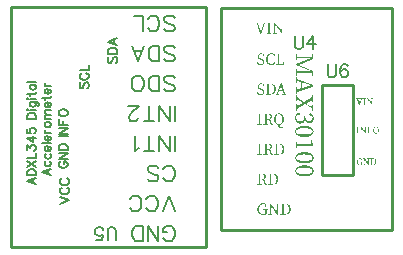
<source format=gto>
G04 Layer: TopSilkscreenLayer*
G04 EasyEDA v6.5.22, 2023-01-21 16:45:32*
G04 4a6858e99da5455eb5449b68f4786d1d,dfc3211adda64e72838fb7ae4655844f,10*
G04 Gerber Generator version 0.2*
G04 Scale: 100 percent, Rotated: No, Reflected: No *
G04 Dimensions in millimeters *
G04 leading zeros omitted , absolute positions ,4 integer and 5 decimal *
%FSLAX45Y45*%
%MOMM*%

%ADD10C,0.1500*%
%ADD11C,0.1524*%
%ADD12C,0.2032*%
%ADD13C,0.2540*%

%LPD*%
G36*
X4633214Y5053584D02*
G01*
X4633214Y5048758D01*
X4643882Y5047488D01*
X4676394Y4959604D01*
X4682236Y4959604D01*
X4711446Y5047234D01*
X4723384Y5048758D01*
X4723384Y5053584D01*
X4691634Y5053584D01*
X4691634Y5048250D01*
X4704334Y5046980D01*
X4681728Y4977130D01*
X4657344Y5046980D01*
X4671060Y5048250D01*
X4671060Y5053584D01*
G37*
G36*
X4731004Y5053584D02*
G01*
X4731004Y5048758D01*
X4743958Y5047234D01*
X4744212Y5019700D01*
X4743958Y4966716D01*
X4731004Y4965192D01*
X4731004Y4960366D01*
X4770120Y4960366D01*
X4770120Y4965192D01*
X4757166Y4966716D01*
X4756912Y5019751D01*
X4757166Y5047234D01*
X4770120Y5048758D01*
X4770120Y5053584D01*
G37*
G36*
X4782312Y5053584D02*
G01*
X4782312Y5048758D01*
X4792218Y5047488D01*
X4793742Y5045710D01*
X4793488Y4966970D01*
X4781804Y4965192D01*
X4781804Y4960366D01*
X4814570Y4960366D01*
X4814570Y4965192D01*
X4799838Y4967224D01*
X4799584Y5037582D01*
X4856226Y4959604D01*
X4861306Y4959604D01*
X4861306Y5046980D01*
X4872990Y5048758D01*
X4872990Y5053584D01*
X4840224Y5053584D01*
X4840224Y5048758D01*
X4854956Y5046980D01*
X4855210Y4982464D01*
X4803902Y5053584D01*
G37*
G36*
X4682998Y4793234D02*
G01*
X4676648Y4792776D01*
X4670755Y4791506D01*
X4665472Y4789424D01*
X4660950Y4786528D01*
X4657191Y4782820D01*
X4654397Y4778451D01*
X4652619Y4773371D01*
X4652010Y4767580D01*
X4652467Y4762703D01*
X4653737Y4758283D01*
X4655820Y4754321D01*
X4658614Y4750765D01*
X4662068Y4747615D01*
X4666132Y4744770D01*
X4670755Y4742180D01*
X4675886Y4739894D01*
X4681220Y4737862D01*
X4689195Y4734102D01*
X4694631Y4730089D01*
X4697780Y4725365D01*
X4698746Y4719320D01*
X4697171Y4711903D01*
X4692700Y4706518D01*
X4685690Y4703165D01*
X4676394Y4702048D01*
X4672279Y4702251D01*
X4668570Y4702860D01*
X4665167Y4703978D01*
X4661916Y4705604D01*
X4658360Y4722876D01*
X4651248Y4722876D01*
X4650486Y4703318D01*
X4655921Y4700473D01*
X4662424Y4698136D01*
X4669688Y4696510D01*
X4677410Y4695952D01*
X4684369Y4696409D01*
X4690668Y4697780D01*
X4696256Y4699965D01*
X4701032Y4702962D01*
X4704892Y4706772D01*
X4707788Y4711293D01*
X4709566Y4716475D01*
X4710176Y4722368D01*
X4709820Y4726990D01*
X4708804Y4731207D01*
X4707026Y4735017D01*
X4704435Y4738573D01*
X4700981Y4741824D01*
X4696561Y4744872D01*
X4691176Y4747768D01*
X4679188Y4752848D01*
X4672431Y4755997D01*
X4667504Y4759960D01*
X4664456Y4764836D01*
X4663440Y4770882D01*
X4664862Y4777943D01*
X4668926Y4783023D01*
X4675022Y4786122D01*
X4682744Y4787138D01*
X4685842Y4786985D01*
X4688738Y4786477D01*
X4691481Y4785614D01*
X4694174Y4784344D01*
X4697730Y4767580D01*
X4705096Y4767580D01*
X4705858Y4785868D01*
X4701032Y4788966D01*
X4695647Y4791252D01*
X4689652Y4792726D01*
G37*
G36*
X4769866Y4793234D02*
G01*
X4763211Y4792827D01*
X4756912Y4791608D01*
X4751019Y4789627D01*
X4745532Y4786934D01*
X4740554Y4783531D01*
X4736033Y4779568D01*
X4732121Y4774946D01*
X4728819Y4769815D01*
X4726178Y4764176D01*
X4724247Y4758080D01*
X4723028Y4751578D01*
X4722622Y4744720D01*
X4723028Y4737658D01*
X4724196Y4731054D01*
X4726076Y4724908D01*
X4728667Y4719218D01*
X4731918Y4714036D01*
X4735779Y4709464D01*
X4740198Y4705502D01*
X4745177Y4702149D01*
X4750714Y4699508D01*
X4756658Y4697577D01*
X4763058Y4696358D01*
X4769866Y4695952D01*
X4777181Y4696358D01*
X4784293Y4697526D01*
X4791100Y4699609D01*
X4797552Y4702556D01*
X4798060Y4723130D01*
X4790186Y4723130D01*
X4786884Y4705604D01*
X4782870Y4703978D01*
X4778806Y4702860D01*
X4774793Y4702251D01*
X4770882Y4702048D01*
X4766056Y4702352D01*
X4761484Y4703267D01*
X4757216Y4704791D01*
X4753254Y4706924D01*
X4749647Y4709617D01*
X4746447Y4712919D01*
X4743653Y4716780D01*
X4741265Y4721250D01*
X4739386Y4726279D01*
X4738014Y4731867D01*
X4737150Y4738014D01*
X4736846Y4744720D01*
X4737150Y4751374D01*
X4738065Y4757470D01*
X4739538Y4763008D01*
X4741519Y4768037D01*
X4743958Y4772456D01*
X4746904Y4776317D01*
X4750206Y4779568D01*
X4753864Y4782312D01*
X4757826Y4784394D01*
X4762144Y4785918D01*
X4766665Y4786833D01*
X4771390Y4787138D01*
X4774844Y4786934D01*
X4778400Y4786325D01*
X4782007Y4785207D01*
X4785614Y4783582D01*
X4789170Y4766056D01*
X4796536Y4766056D01*
X4796536Y4786376D01*
X4789525Y4789678D01*
X4782718Y4791811D01*
X4776165Y4792929D01*
G37*
G36*
X4809998Y4790948D02*
G01*
X4809998Y4786122D01*
X4822952Y4784852D01*
X4823206Y4731766D01*
X4822952Y4704080D01*
X4809998Y4702810D01*
X4809998Y4697984D01*
X4879086Y4697984D01*
X4880102Y4724146D01*
X4872736Y4724146D01*
X4868164Y4704080D01*
X4836160Y4704080D01*
X4835906Y4757216D01*
X4836160Y4784852D01*
X4849368Y4786122D01*
X4849368Y4790948D01*
G37*
G36*
X4682998Y4539234D02*
G01*
X4676648Y4538776D01*
X4670755Y4537506D01*
X4665472Y4535424D01*
X4660950Y4532528D01*
X4657191Y4528820D01*
X4654397Y4524451D01*
X4652619Y4519371D01*
X4652010Y4513580D01*
X4652467Y4508703D01*
X4653737Y4504283D01*
X4655820Y4500321D01*
X4658614Y4496765D01*
X4662068Y4493615D01*
X4666132Y4490770D01*
X4670755Y4488180D01*
X4675886Y4485894D01*
X4681220Y4483862D01*
X4689195Y4480102D01*
X4694631Y4476089D01*
X4697780Y4471365D01*
X4698746Y4465320D01*
X4697171Y4457903D01*
X4692700Y4452518D01*
X4685690Y4449165D01*
X4676394Y4448048D01*
X4672279Y4448251D01*
X4668570Y4448860D01*
X4665167Y4449978D01*
X4661916Y4451604D01*
X4658360Y4468876D01*
X4651248Y4468876D01*
X4650486Y4449318D01*
X4655921Y4446473D01*
X4662424Y4444136D01*
X4669688Y4442510D01*
X4677410Y4441952D01*
X4684369Y4442409D01*
X4690668Y4443780D01*
X4696256Y4445965D01*
X4701032Y4448962D01*
X4704892Y4452772D01*
X4707788Y4457293D01*
X4709566Y4462475D01*
X4710176Y4468368D01*
X4709820Y4472990D01*
X4708804Y4477207D01*
X4707026Y4481017D01*
X4704435Y4484573D01*
X4700981Y4487824D01*
X4696561Y4490872D01*
X4691176Y4493768D01*
X4679188Y4498848D01*
X4672431Y4501997D01*
X4667504Y4505960D01*
X4664456Y4510836D01*
X4663440Y4516882D01*
X4664862Y4523943D01*
X4668926Y4529023D01*
X4675022Y4532122D01*
X4682744Y4533138D01*
X4685842Y4532985D01*
X4688738Y4532477D01*
X4691481Y4531614D01*
X4694174Y4530344D01*
X4697730Y4513580D01*
X4705096Y4513580D01*
X4705858Y4531868D01*
X4701032Y4534966D01*
X4695647Y4537252D01*
X4689652Y4538726D01*
G37*
G36*
X4847590Y4537710D02*
G01*
X4828009Y4480306D01*
X4833874Y4480306D01*
X4848098Y4523486D01*
X4862576Y4480306D01*
X4828009Y4480306D01*
X4817872Y4450588D01*
X4806696Y4448810D01*
X4806696Y4443984D01*
X4837684Y4443984D01*
X4837684Y4448810D01*
X4823968Y4450588D01*
X4832096Y4474972D01*
X4864354Y4474972D01*
X4872482Y4450588D01*
X4858766Y4448810D01*
X4858766Y4443984D01*
X4896612Y4443984D01*
X4896612Y4448810D01*
X4885690Y4450080D01*
X4855718Y4537710D01*
G37*
G36*
X4721098Y4536948D02*
G01*
X4721098Y4532122D01*
X4734052Y4530852D01*
X4734306Y4473702D01*
X4747006Y4473702D01*
X4747260Y4531614D01*
X4759452Y4531614D01*
X4764532Y4531309D01*
X4769205Y4530445D01*
X4773523Y4528972D01*
X4777384Y4526940D01*
X4780838Y4524298D01*
X4783886Y4521149D01*
X4786477Y4517390D01*
X4788611Y4513122D01*
X4790287Y4508246D01*
X4791506Y4502861D01*
X4792218Y4496917D01*
X4792472Y4490466D01*
X4792218Y4484268D01*
X4791506Y4478528D01*
X4790236Y4473244D01*
X4788560Y4468469D01*
X4786376Y4464151D01*
X4783734Y4460392D01*
X4780584Y4457141D01*
X4777028Y4454448D01*
X4772964Y4452366D01*
X4768494Y4450842D01*
X4763566Y4449876D01*
X4758182Y4449572D01*
X4747260Y4449572D01*
X4747006Y4473702D01*
X4734306Y4473702D01*
X4734052Y4450080D01*
X4721098Y4448810D01*
X4721098Y4443984D01*
X4758944Y4443984D01*
X4765751Y4444339D01*
X4772202Y4445355D01*
X4778197Y4447082D01*
X4783734Y4449419D01*
X4788814Y4452416D01*
X4793284Y4456074D01*
X4797247Y4460341D01*
X4800549Y4465218D01*
X4803140Y4470654D01*
X4805121Y4476699D01*
X4806289Y4483303D01*
X4806696Y4490466D01*
X4806340Y4497679D01*
X4805222Y4504334D01*
X4803444Y4510379D01*
X4801006Y4515815D01*
X4797958Y4520692D01*
X4794300Y4524959D01*
X4790084Y4528566D01*
X4785360Y4531563D01*
X4780127Y4533900D01*
X4774438Y4535576D01*
X4768291Y4536592D01*
X4761738Y4536948D01*
G37*
G36*
X4833366Y4285234D02*
G01*
X4827930Y4284878D01*
X4822647Y4283760D01*
X4817516Y4281881D01*
X4812639Y4279392D01*
X4808118Y4276191D01*
X4803952Y4272330D01*
X4800244Y4267809D01*
X4797094Y4262729D01*
X4794504Y4257040D01*
X4792573Y4250791D01*
X4791354Y4244035D01*
X4790948Y4236720D01*
X4805172Y4236720D01*
X4805375Y4242155D01*
X4805934Y4247438D01*
X4806848Y4252569D01*
X4808169Y4257446D01*
X4809896Y4261967D01*
X4812030Y4266133D01*
X4814570Y4269841D01*
X4817465Y4272991D01*
X4820818Y4275582D01*
X4824577Y4277512D01*
X4828743Y4278731D01*
X4833366Y4279138D01*
X4840122Y4278223D01*
X4845862Y4275582D01*
X4850688Y4271467D01*
X4854600Y4266133D01*
X4857546Y4259732D01*
X4859680Y4252569D01*
X4860899Y4244797D01*
X4861306Y4236720D01*
X4861102Y4231233D01*
X4860594Y4225899D01*
X4859629Y4220718D01*
X4858359Y4215841D01*
X4856683Y4211269D01*
X4854600Y4207103D01*
X4852111Y4203395D01*
X4849164Y4200194D01*
X4845862Y4197604D01*
X4842154Y4195673D01*
X4837988Y4194454D01*
X4833366Y4194048D01*
X4828743Y4194454D01*
X4824577Y4195673D01*
X4820818Y4197604D01*
X4817465Y4200194D01*
X4814570Y4203395D01*
X4812030Y4207103D01*
X4809896Y4211269D01*
X4808169Y4215841D01*
X4806848Y4220718D01*
X4805934Y4225899D01*
X4805375Y4231233D01*
X4805172Y4236720D01*
X4790948Y4236720D01*
X4791303Y4229862D01*
X4792218Y4223512D01*
X4793792Y4217670D01*
X4795875Y4212285D01*
X4798466Y4207510D01*
X4801463Y4203192D01*
X4804918Y4199432D01*
X4808728Y4196181D01*
X4812792Y4193489D01*
X4817160Y4191355D01*
X4821732Y4189780D01*
X4826508Y4188714D01*
X4827016Y4183024D01*
X4828336Y4177741D01*
X4830521Y4172915D01*
X4833518Y4168698D01*
X4837277Y4165193D01*
X4841849Y4162551D01*
X4847234Y4160875D01*
X4853432Y4160265D01*
X4857902Y4160570D01*
X4862322Y4161434D01*
X4866589Y4162856D01*
X4870450Y4164837D01*
X4869180Y4168648D01*
X4863388Y4167276D01*
X4858512Y4166870D01*
X4850434Y4168292D01*
X4844237Y4172407D01*
X4840224Y4179062D01*
X4838700Y4188206D01*
X4843576Y4189222D01*
X4848301Y4190796D01*
X4852873Y4192981D01*
X4857140Y4195775D01*
X4861052Y4199077D01*
X4864658Y4202938D01*
X4867859Y4207306D01*
X4870551Y4212234D01*
X4872786Y4217619D01*
X4874412Y4223512D01*
X4875428Y4229912D01*
X4875784Y4236720D01*
X4875377Y4244238D01*
X4874158Y4251147D01*
X4872177Y4257497D01*
X4869586Y4263186D01*
X4866386Y4268266D01*
X4862677Y4272686D01*
X4858512Y4276496D01*
X4853940Y4279595D01*
X4849114Y4282033D01*
X4843983Y4283811D01*
X4838750Y4284878D01*
G37*
G36*
X4650486Y4282948D02*
G01*
X4650486Y4278122D01*
X4663694Y4276852D01*
X4663694Y4196080D01*
X4650486Y4194810D01*
X4650486Y4189984D01*
X4689602Y4189984D01*
X4689602Y4194810D01*
X4676902Y4196334D01*
X4676444Y4214723D01*
X4676394Y4249216D01*
X4676597Y4267758D01*
X4676902Y4276852D01*
X4689602Y4278122D01*
X4689602Y4282948D01*
G37*
G36*
X4702302Y4282948D02*
G01*
X4702302Y4278122D01*
X4715256Y4276852D01*
X4715510Y4238752D01*
X4728210Y4238752D01*
X4728464Y4277614D01*
X4740402Y4277614D01*
X4749952Y4276344D01*
X4756607Y4272686D01*
X4760468Y4266793D01*
X4761738Y4258818D01*
X4760366Y4250842D01*
X4756200Y4244492D01*
X4749190Y4240276D01*
X4739386Y4238752D01*
X4715510Y4238752D01*
X4715256Y4196080D01*
X4702302Y4194810D01*
X4702302Y4189984D01*
X4741418Y4189984D01*
X4741418Y4194810D01*
X4728464Y4196334D01*
X4728210Y4233418D01*
X4735576Y4233418D01*
X4742942Y4232859D01*
X4748225Y4230725D01*
X4751882Y4226458D01*
X4754372Y4219448D01*
X4760214Y4197604D01*
X4761839Y4193438D01*
X4764532Y4190695D01*
X4768596Y4189171D01*
X4774184Y4188714D01*
X4780076Y4189069D01*
X4784852Y4189984D01*
X4784852Y4194810D01*
X4773930Y4195826D01*
X4767580Y4217670D01*
X4764836Y4224629D01*
X4761280Y4229658D01*
X4756708Y4233113D01*
X4750816Y4235196D01*
X4756454Y4236567D01*
X4761280Y4238548D01*
X4765395Y4240987D01*
X4768748Y4243933D01*
X4771339Y4247235D01*
X4773218Y4250791D01*
X4774336Y4254601D01*
X4774692Y4258564D01*
X4774133Y4264050D01*
X4772406Y4268927D01*
X4769662Y4273092D01*
X4765852Y4276547D01*
X4761026Y4279341D01*
X4755286Y4281322D01*
X4748682Y4282541D01*
X4741164Y4282948D01*
G37*
G36*
X4650486Y4028948D02*
G01*
X4650486Y4024122D01*
X4663694Y4022851D01*
X4663694Y3942079D01*
X4650486Y3940810D01*
X4650486Y3935984D01*
X4689602Y3935984D01*
X4689602Y3940810D01*
X4676902Y3942334D01*
X4676444Y3960723D01*
X4676394Y3995216D01*
X4676597Y4013758D01*
X4676902Y4022851D01*
X4689602Y4024122D01*
X4689602Y4028948D01*
G37*
G36*
X4702302Y4028948D02*
G01*
X4702302Y4024122D01*
X4715256Y4022851D01*
X4715510Y3984751D01*
X4728210Y3984751D01*
X4728464Y4023614D01*
X4740402Y4023614D01*
X4749952Y4022344D01*
X4756607Y4018686D01*
X4760468Y4012793D01*
X4761738Y4004818D01*
X4760366Y3996842D01*
X4756200Y3990492D01*
X4749190Y3986276D01*
X4739386Y3984751D01*
X4715510Y3984751D01*
X4715256Y3942079D01*
X4702302Y3940810D01*
X4702302Y3935984D01*
X4741418Y3935984D01*
X4741418Y3940810D01*
X4728464Y3942334D01*
X4728210Y3979418D01*
X4735576Y3979418D01*
X4742942Y3978859D01*
X4748225Y3976725D01*
X4751882Y3972458D01*
X4754372Y3965448D01*
X4760214Y3943604D01*
X4761839Y3939438D01*
X4764532Y3936695D01*
X4768596Y3935171D01*
X4774184Y3934714D01*
X4780076Y3935069D01*
X4784852Y3935984D01*
X4784852Y3940810D01*
X4773930Y3941826D01*
X4767580Y3963670D01*
X4764836Y3970629D01*
X4761280Y3975658D01*
X4756708Y3979113D01*
X4750816Y3981196D01*
X4756454Y3982567D01*
X4761280Y3984548D01*
X4765395Y3986987D01*
X4768748Y3989933D01*
X4771339Y3993235D01*
X4773218Y3996791D01*
X4774336Y4000601D01*
X4774692Y4004564D01*
X4774133Y4010050D01*
X4772406Y4014927D01*
X4769662Y4019092D01*
X4765852Y4022547D01*
X4761026Y4025341D01*
X4755286Y4027322D01*
X4748682Y4028541D01*
X4741164Y4028948D01*
G37*
G36*
X4792980Y4028948D02*
G01*
X4792980Y4024122D01*
X4805934Y4022851D01*
X4806188Y3965701D01*
X4818888Y3965701D01*
X4819142Y4023614D01*
X4831080Y4023614D01*
X4836160Y4023309D01*
X4840833Y4022445D01*
X4845151Y4020972D01*
X4849012Y4018940D01*
X4852466Y4016298D01*
X4855514Y4013149D01*
X4858105Y4009390D01*
X4860239Y4005122D01*
X4861915Y4000246D01*
X4863134Y3994861D01*
X4863846Y3988917D01*
X4864100Y3982465D01*
X4863846Y3976268D01*
X4863134Y3970528D01*
X4861864Y3965244D01*
X4860188Y3960469D01*
X4858004Y3956151D01*
X4855362Y3952392D01*
X4852263Y3949141D01*
X4848707Y3946448D01*
X4844694Y3944365D01*
X4840274Y3942842D01*
X4835398Y3941876D01*
X4830064Y3941572D01*
X4819142Y3941572D01*
X4818888Y3965701D01*
X4806188Y3965701D01*
X4805934Y3942079D01*
X4792980Y3940810D01*
X4792980Y3935984D01*
X4830826Y3935984D01*
X4837582Y3936339D01*
X4843983Y3937355D01*
X4849977Y3939082D01*
X4855514Y3941419D01*
X4860544Y3944416D01*
X4865065Y3948074D01*
X4869027Y3952341D01*
X4872329Y3957218D01*
X4875022Y3962654D01*
X4876952Y3968699D01*
X4878171Y3975303D01*
X4878578Y3982465D01*
X4878222Y3989679D01*
X4877104Y3996334D01*
X4875326Y4002379D01*
X4872888Y4007815D01*
X4869840Y4012692D01*
X4866182Y4016959D01*
X4861915Y4020565D01*
X4857191Y4023563D01*
X4851908Y4025900D01*
X4846167Y4027576D01*
X4839970Y4028592D01*
X4833366Y4028948D01*
G37*
G36*
X4650486Y3774948D02*
G01*
X4650486Y3770122D01*
X4663694Y3768851D01*
X4663694Y3730751D01*
X4676394Y3730751D01*
X4676495Y3755796D01*
X4676902Y3769614D01*
X4688840Y3769614D01*
X4698288Y3768344D01*
X4704943Y3764686D01*
X4708855Y3758793D01*
X4710176Y3750818D01*
X4708804Y3742842D01*
X4704638Y3736492D01*
X4697628Y3732276D01*
X4687824Y3730751D01*
X4663694Y3730751D01*
X4663694Y3688079D01*
X4650486Y3686810D01*
X4650486Y3681984D01*
X4689602Y3681984D01*
X4689602Y3686810D01*
X4676902Y3688334D01*
X4676444Y3706520D01*
X4676394Y3725418D01*
X4683760Y3725418D01*
X4691278Y3724859D01*
X4696612Y3722725D01*
X4700320Y3718458D01*
X4702810Y3711448D01*
X4708652Y3689604D01*
X4710277Y3685438D01*
X4712970Y3682695D01*
X4717034Y3681171D01*
X4722622Y3680714D01*
X4728514Y3681069D01*
X4733036Y3681984D01*
X4733036Y3686810D01*
X4722368Y3687826D01*
X4716018Y3709670D01*
X4713274Y3716629D01*
X4709718Y3721658D01*
X4705146Y3725113D01*
X4699254Y3727196D01*
X4704791Y3728567D01*
X4709617Y3730548D01*
X4713732Y3732987D01*
X4717084Y3735933D01*
X4719726Y3739235D01*
X4721606Y3742791D01*
X4722774Y3746601D01*
X4723130Y3750564D01*
X4722571Y3756050D01*
X4720844Y3760927D01*
X4718100Y3765092D01*
X4714290Y3768547D01*
X4709464Y3771341D01*
X4703724Y3773322D01*
X4697120Y3774541D01*
X4689602Y3774948D01*
G37*
G36*
X4741418Y3774948D02*
G01*
X4741418Y3770122D01*
X4754372Y3768851D01*
X4754626Y3711701D01*
X4767326Y3711701D01*
X4767580Y3769614D01*
X4779518Y3769614D01*
X4784598Y3769309D01*
X4789271Y3768445D01*
X4793589Y3766972D01*
X4797450Y3764940D01*
X4800904Y3762298D01*
X4803952Y3759149D01*
X4806543Y3755390D01*
X4808677Y3751122D01*
X4810353Y3746246D01*
X4811572Y3740861D01*
X4812284Y3734917D01*
X4812538Y3728465D01*
X4812284Y3722268D01*
X4811572Y3716528D01*
X4810302Y3711244D01*
X4808626Y3706469D01*
X4806442Y3702151D01*
X4803800Y3698392D01*
X4800701Y3695141D01*
X4797145Y3692448D01*
X4793132Y3690365D01*
X4788712Y3688842D01*
X4783836Y3687876D01*
X4778502Y3687572D01*
X4767580Y3687572D01*
X4767326Y3711701D01*
X4754626Y3711701D01*
X4754372Y3688079D01*
X4741418Y3686810D01*
X4741418Y3681984D01*
X4779264Y3681984D01*
X4786020Y3682339D01*
X4792421Y3683355D01*
X4798415Y3685082D01*
X4803952Y3687419D01*
X4808982Y3690416D01*
X4813503Y3694074D01*
X4817465Y3698341D01*
X4820767Y3703218D01*
X4823460Y3708654D01*
X4825390Y3714699D01*
X4826609Y3721303D01*
X4827016Y3728465D01*
X4826660Y3735679D01*
X4825542Y3742334D01*
X4823764Y3748379D01*
X4821326Y3753815D01*
X4818278Y3758692D01*
X4814620Y3762959D01*
X4810353Y3766565D01*
X4805629Y3769563D01*
X4800346Y3771900D01*
X4794605Y3773576D01*
X4788408Y3774592D01*
X4781804Y3774948D01*
G37*
G36*
X4698492Y3523234D02*
G01*
X4691684Y3522827D01*
X4685284Y3521608D01*
X4679289Y3519627D01*
X4673752Y3516934D01*
X4668723Y3513531D01*
X4664252Y3509568D01*
X4660392Y3504946D01*
X4657090Y3499815D01*
X4654499Y3494176D01*
X4652568Y3488080D01*
X4651400Y3481578D01*
X4650994Y3474720D01*
X4651400Y3467760D01*
X4652518Y3461207D01*
X4654397Y3455111D01*
X4656988Y3449421D01*
X4660188Y3444290D01*
X4663998Y3439668D01*
X4668418Y3435654D01*
X4673396Y3432251D01*
X4678832Y3429558D01*
X4684826Y3427577D01*
X4691176Y3426358D01*
X4697984Y3425951D01*
X4706213Y3426510D01*
X4713884Y3428136D01*
X4721148Y3430676D01*
X4728210Y3434079D01*
X4728718Y3466846D01*
X4737100Y3467354D01*
X4737100Y3472179D01*
X4700778Y3472179D01*
X4700778Y3467354D01*
X4715510Y3466337D01*
X4716018Y3434842D01*
X4708245Y3432759D01*
X4704334Y3432251D01*
X4700270Y3432048D01*
X4695088Y3432352D01*
X4690262Y3433318D01*
X4685842Y3434943D01*
X4681778Y3437128D01*
X4678121Y3439922D01*
X4674870Y3443274D01*
X4672076Y3447237D01*
X4669739Y3451707D01*
X4667910Y3456686D01*
X4666589Y3462223D01*
X4665726Y3468217D01*
X4665472Y3474720D01*
X4665776Y3481222D01*
X4666640Y3487216D01*
X4668062Y3492703D01*
X4669942Y3497681D01*
X4672330Y3502151D01*
X4675174Y3506012D01*
X4678426Y3509365D01*
X4682083Y3512108D01*
X4686046Y3514293D01*
X4690364Y3515868D01*
X4694936Y3516833D01*
X4699762Y3517137D01*
X4704029Y3516884D01*
X4708042Y3516172D01*
X4711852Y3514902D01*
X4715510Y3513074D01*
X4719066Y3495801D01*
X4726686Y3495801D01*
X4726178Y3516376D01*
X4720386Y3519373D01*
X4713935Y3521506D01*
X4706721Y3522827D01*
G37*
G36*
X4745228Y3520948D02*
G01*
X4745228Y3516122D01*
X4755134Y3515106D01*
X4756404Y3513328D01*
X4756404Y3434587D01*
X4744720Y3432810D01*
X4744720Y3427984D01*
X4777486Y3427984D01*
X4777486Y3432810D01*
X4762754Y3434587D01*
X4762246Y3504946D01*
X4819142Y3427222D01*
X4824222Y3427222D01*
X4824222Y3514598D01*
X4835906Y3516122D01*
X4835906Y3520948D01*
X4803140Y3520948D01*
X4803140Y3516122D01*
X4817872Y3514598D01*
X4818126Y3449828D01*
X4766818Y3520948D01*
G37*
G36*
X4846320Y3520948D02*
G01*
X4846320Y3516122D01*
X4859528Y3514851D01*
X4859528Y3462680D01*
X4872228Y3462680D01*
X4872278Y3496970D01*
X4872736Y3515614D01*
X4884674Y3515614D01*
X4889754Y3515309D01*
X4894427Y3514445D01*
X4898745Y3512972D01*
X4902606Y3510940D01*
X4906060Y3508298D01*
X4909108Y3505149D01*
X4911699Y3501390D01*
X4913833Y3497122D01*
X4915509Y3492246D01*
X4916728Y3486861D01*
X4917440Y3480917D01*
X4917694Y3474465D01*
X4917440Y3468268D01*
X4916728Y3462528D01*
X4915458Y3457244D01*
X4913782Y3452469D01*
X4911598Y3448151D01*
X4908956Y3444392D01*
X4905806Y3441141D01*
X4902250Y3438448D01*
X4898186Y3436365D01*
X4893716Y3434842D01*
X4888788Y3433876D01*
X4883404Y3433572D01*
X4872736Y3433572D01*
X4872329Y3447948D01*
X4872228Y3462680D01*
X4859528Y3462680D01*
X4859528Y3434079D01*
X4846320Y3432810D01*
X4846320Y3427984D01*
X4884420Y3427984D01*
X4891176Y3428339D01*
X4897577Y3429355D01*
X4903571Y3431082D01*
X4909108Y3433419D01*
X4914138Y3436416D01*
X4918659Y3440074D01*
X4922621Y3444341D01*
X4925923Y3449218D01*
X4928616Y3454654D01*
X4930546Y3460699D01*
X4931765Y3467303D01*
X4932172Y3474465D01*
X4931816Y3481679D01*
X4930698Y3488334D01*
X4928920Y3494379D01*
X4926482Y3499815D01*
X4923434Y3504692D01*
X4919776Y3508959D01*
X4915509Y3512565D01*
X4910785Y3515563D01*
X4905502Y3517900D01*
X4899761Y3519576D01*
X4893564Y3520592D01*
X4886960Y3520948D01*
G37*
G36*
X4974336Y4783328D02*
G01*
X4974336Y4733544D01*
X4981956Y4733544D01*
X4985004Y4752848D01*
X5056835Y4752898D01*
X5101844Y4754118D01*
X4974336Y4702048D01*
X4974336Y4692650D01*
X5102352Y4642358D01*
X5013350Y4642662D01*
X4984242Y4643120D01*
X4981956Y4662424D01*
X4974336Y4662424D01*
X4974336Y4601718D01*
X4981956Y4601718D01*
X4984242Y4622292D01*
X5006441Y4622698D01*
X5069078Y4622800D01*
X5098694Y4622596D01*
X5113274Y4622292D01*
X5115560Y4601464D01*
X5123180Y4601464D01*
X5123180Y4644390D01*
X4999736Y4692650D01*
X5123180Y4742688D01*
X5123180Y4783328D01*
X5115560Y4783328D01*
X5113020Y4763008D01*
X4985004Y4763262D01*
X4981956Y4783328D01*
G37*
G36*
X4974336Y4589780D02*
G01*
X4974336Y4540250D01*
X4981956Y4540250D01*
X4985004Y4561840D01*
X5023612Y4549140D01*
X5023612Y4546346D01*
X5032502Y4546346D01*
X5101590Y4523486D01*
X5032502Y4500372D01*
X5032502Y4546346D01*
X5023612Y4546346D01*
X5023612Y4497578D01*
X4984750Y4484624D01*
X4981956Y4506468D01*
X4974336Y4506468D01*
X4974336Y4446016D01*
X4981956Y4446016D01*
X4983988Y4463288D01*
X5124196Y4511294D01*
X5124196Y4524248D01*
X4985004Y4571746D01*
X4981956Y4589780D01*
G37*
G36*
X4974336Y4440936D02*
G01*
X4974336Y4390390D01*
X4981956Y4390390D01*
X4985004Y4408932D01*
X5038852Y4375912D01*
X4984242Y4343908D01*
X4981956Y4364736D01*
X4974336Y4364736D01*
X4974336Y4302506D01*
X4981956Y4302506D01*
X4984242Y4321556D01*
X5055616Y4363720D01*
X5113020Y4326890D01*
X5115560Y4306824D01*
X5123180Y4306824D01*
X5123180Y4357624D01*
X5115560Y4357624D01*
X5112766Y4337812D01*
X5063236Y4368038D01*
X5113274Y4397502D01*
X5115560Y4376674D01*
X5123180Y4376674D01*
X5123180Y4439412D01*
X5115560Y4439412D01*
X5113528Y4419854D01*
X5046472Y4380484D01*
X4985004Y4419854D01*
X4981956Y4440936D01*
G37*
G36*
X5002276Y4290314D02*
G01*
X4994808Y4288231D01*
X4988458Y4285030D01*
X4983175Y4280865D01*
X4978908Y4275734D01*
X4975656Y4269790D01*
X4973320Y4263085D01*
X4971999Y4255668D01*
X4971542Y4247642D01*
X4971897Y4240428D01*
X4972964Y4233621D01*
X4974691Y4227322D01*
X4977079Y4221530D01*
X4979974Y4216298D01*
X4983480Y4211624D01*
X4987493Y4207560D01*
X4991912Y4204157D01*
X4996840Y4201464D01*
X5002123Y4199483D01*
X5007762Y4198264D01*
X5013706Y4197858D01*
X5018633Y4198112D01*
X5023256Y4198823D01*
X5027676Y4200042D01*
X5031790Y4201718D01*
X5035651Y4203954D01*
X5039207Y4206646D01*
X5042408Y4209897D01*
X5045303Y4213606D01*
X5047792Y4217873D01*
X5049977Y4222699D01*
X5051704Y4228033D01*
X5053076Y4233926D01*
X5055717Y4226763D01*
X5059019Y4220413D01*
X5062931Y4215028D01*
X5067401Y4210558D01*
X5072380Y4207052D01*
X5077815Y4204512D01*
X5083708Y4202938D01*
X5089906Y4202430D01*
X5095189Y4202785D01*
X5100167Y4203750D01*
X5104790Y4205376D01*
X5109006Y4207611D01*
X5112867Y4210405D01*
X5116271Y4213809D01*
X5119217Y4217720D01*
X5121656Y4222140D01*
X5123637Y4227068D01*
X5125059Y4232452D01*
X5125923Y4238345D01*
X5126228Y4244594D01*
X5125821Y4252112D01*
X5124500Y4259224D01*
X5122316Y4265726D01*
X5119268Y4271619D01*
X5115255Y4276699D01*
X5110378Y4280916D01*
X5104536Y4284116D01*
X5097780Y4286250D01*
X5094071Y4284421D01*
X5091633Y4281982D01*
X5090312Y4279087D01*
X5089906Y4275836D01*
X5090718Y4271213D01*
X5093208Y4267758D01*
X5097424Y4265168D01*
X5103368Y4263136D01*
X5116322Y4259580D01*
X5117338Y4253839D01*
X5117592Y4248912D01*
X5117134Y4242714D01*
X5115712Y4237177D01*
X5113375Y4232452D01*
X5110175Y4228490D01*
X5106111Y4225340D01*
X5101183Y4223105D01*
X5095443Y4221683D01*
X5088890Y4221226D01*
X5081879Y4221784D01*
X5075682Y4223461D01*
X5070398Y4226204D01*
X5065979Y4229963D01*
X5062474Y4234637D01*
X5059934Y4240174D01*
X5058410Y4246575D01*
X5057902Y4253738D01*
X5057902Y4262374D01*
X5047996Y4262374D01*
X5047996Y4251960D01*
X5047386Y4243832D01*
X5045608Y4236821D01*
X5042712Y4230878D01*
X5038801Y4226001D01*
X5033924Y4222242D01*
X5028184Y4219549D01*
X5021580Y4217974D01*
X5014214Y4217416D01*
X5007000Y4217974D01*
X5000396Y4219651D01*
X4994554Y4222394D01*
X4989525Y4226204D01*
X4985461Y4230979D01*
X4982464Y4236720D01*
X4980584Y4243374D01*
X4979924Y4250944D01*
X4980330Y4257090D01*
X4981702Y4263644D01*
X4994910Y4267200D01*
X5001463Y4269333D01*
X5005984Y4271772D01*
X5008575Y4274972D01*
X5009388Y4279392D01*
X5008981Y4282795D01*
X5007762Y4285691D01*
X5005527Y4288231D01*
G37*
G36*
X5050028Y4179315D02*
G01*
X5039664Y4179062D01*
X5030114Y4178300D01*
X5021376Y4177029D01*
X5013452Y4175353D01*
X5006289Y4173270D01*
X4999837Y4170832D01*
X4994148Y4167987D01*
X4989169Y4164888D01*
X4984851Y4161434D01*
X4981194Y4157776D01*
X4978146Y4153915D01*
X4975707Y4149851D01*
X4973828Y4145635D01*
X4972558Y4141266D01*
X4971796Y4136847D01*
X4971542Y4132326D01*
X4979924Y4132326D01*
X4980076Y4134967D01*
X4980635Y4137558D01*
X4981651Y4140098D01*
X4983073Y4142587D01*
X4985004Y4144924D01*
X4987442Y4147159D01*
X4990490Y4149293D01*
X4994097Y4151274D01*
X4998415Y4153052D01*
X5003393Y4154678D01*
X5009134Y4156049D01*
X5015585Y4157268D01*
X5022900Y4158234D01*
X5031028Y4158894D01*
X5040071Y4159351D01*
X5050028Y4159504D01*
X5062575Y4159250D01*
X5073548Y4158487D01*
X5083048Y4157268D01*
X5091176Y4155643D01*
X5098034Y4153611D01*
X5103672Y4151223D01*
X5108244Y4148582D01*
X5111750Y4145686D01*
X5114340Y4142587D01*
X5116068Y4139285D01*
X5117033Y4135831D01*
X5117338Y4132326D01*
X5117033Y4128973D01*
X5116068Y4125671D01*
X5114340Y4122521D01*
X5111750Y4119473D01*
X5108244Y4116679D01*
X5103672Y4114088D01*
X5098034Y4111751D01*
X5091176Y4109770D01*
X5083048Y4108145D01*
X5073548Y4106926D01*
X5062575Y4106164D01*
X5050028Y4105910D01*
X5037023Y4106164D01*
X5025593Y4106926D01*
X5015738Y4108145D01*
X5007254Y4109770D01*
X5000091Y4111751D01*
X4994198Y4114088D01*
X4989474Y4116679D01*
X4985816Y4119473D01*
X4983073Y4122521D01*
X4981295Y4125671D01*
X4980228Y4128973D01*
X4979924Y4132326D01*
X4971542Y4132326D01*
X4971796Y4127957D01*
X4972558Y4123639D01*
X4973828Y4119372D01*
X4975707Y4115257D01*
X4978146Y4111244D01*
X4981194Y4107434D01*
X4984851Y4103827D01*
X4989169Y4100423D01*
X4994148Y4097375D01*
X4999837Y4094581D01*
X5006289Y4092092D01*
X5013452Y4090009D01*
X5021376Y4088384D01*
X5030114Y4087114D01*
X5039664Y4086351D01*
X5050028Y4086098D01*
X5060035Y4086351D01*
X5069281Y4087114D01*
X5077714Y4088384D01*
X5085384Y4090009D01*
X5092344Y4092092D01*
X5098592Y4094581D01*
X5104130Y4097375D01*
X5109006Y4100423D01*
X5113223Y4103827D01*
X5116779Y4107434D01*
X5119776Y4111244D01*
X5122164Y4115257D01*
X5123942Y4119372D01*
X5125212Y4123639D01*
X5125974Y4127957D01*
X5126228Y4132326D01*
X5125974Y4136847D01*
X5125212Y4141266D01*
X5123942Y4145635D01*
X5122164Y4149851D01*
X5119776Y4153915D01*
X5116779Y4157776D01*
X5113223Y4161434D01*
X5109006Y4164888D01*
X5104130Y4167987D01*
X5098592Y4170832D01*
X5092344Y4173270D01*
X5085384Y4175353D01*
X5077714Y4177029D01*
X5069281Y4178300D01*
X5060035Y4179062D01*
G37*
G36*
X4974336Y4060190D02*
G01*
X4974336Y3978148D01*
X4981194Y3978148D01*
X4985766Y4009390D01*
X5021326Y4009898D01*
X5091176Y4009898D01*
X5123180Y4009136D01*
X5125466Y4012184D01*
X5113528Y4057904D01*
X5105908Y4057904D01*
X5108702Y4028186D01*
X4985766Y4028440D01*
X4981194Y4060190D01*
G37*
G36*
X5050028Y3956304D02*
G01*
X5039664Y3956050D01*
X5030114Y3955287D01*
X5021376Y3954018D01*
X5013452Y3952341D01*
X5006289Y3950208D01*
X4999837Y3947718D01*
X4994148Y3944924D01*
X4989169Y3941775D01*
X4984851Y3938320D01*
X4981194Y3934663D01*
X4978146Y3930802D01*
X4975707Y3926738D01*
X4973828Y3922522D01*
X4972558Y3918204D01*
X4971796Y3913784D01*
X4971542Y3909314D01*
X4979924Y3909314D01*
X4980076Y3911955D01*
X4980635Y3914546D01*
X4981651Y3917086D01*
X4983073Y3919575D01*
X4985004Y3921912D01*
X4987442Y3924147D01*
X4990490Y3926281D01*
X4994097Y3928262D01*
X4998415Y3930040D01*
X5003393Y3931665D01*
X5009134Y3933037D01*
X5015585Y3934256D01*
X5022900Y3935222D01*
X5031028Y3935882D01*
X5040071Y3936339D01*
X5050028Y3936492D01*
X5062575Y3936237D01*
X5073548Y3935476D01*
X5083048Y3934256D01*
X5091176Y3932631D01*
X5098034Y3930599D01*
X5103672Y3928262D01*
X5108244Y3925570D01*
X5111750Y3922674D01*
X5114340Y3919575D01*
X5116068Y3916273D01*
X5117033Y3912819D01*
X5117338Y3909314D01*
X5117033Y3905910D01*
X5116068Y3902608D01*
X5114340Y3899408D01*
X5111750Y3896360D01*
X5108244Y3893565D01*
X5103672Y3890975D01*
X5098034Y3888689D01*
X5091176Y3886708D01*
X5083048Y3885082D01*
X5073548Y3883914D01*
X5062575Y3883151D01*
X5050028Y3882898D01*
X5037023Y3883151D01*
X5025593Y3883914D01*
X5015738Y3885082D01*
X5007254Y3886708D01*
X5000091Y3888689D01*
X4994198Y3890975D01*
X4989474Y3893565D01*
X4985816Y3896360D01*
X4983073Y3899408D01*
X4981295Y3902608D01*
X4980228Y3905910D01*
X4979924Y3909314D01*
X4971542Y3909314D01*
X4971796Y3904945D01*
X4972558Y3900627D01*
X4973828Y3896360D01*
X4975707Y3892194D01*
X4978146Y3888181D01*
X4981194Y3884320D01*
X4984851Y3880713D01*
X4989169Y3877310D01*
X4994148Y3874211D01*
X4999837Y3871366D01*
X5006289Y3868928D01*
X5013452Y3866794D01*
X5021376Y3865118D01*
X5030114Y3863848D01*
X5039664Y3863086D01*
X5050028Y3862832D01*
X5060035Y3863086D01*
X5069281Y3863848D01*
X5077714Y3865118D01*
X5085384Y3866794D01*
X5092344Y3868928D01*
X5098592Y3871366D01*
X5104130Y3874211D01*
X5109006Y3877310D01*
X5113223Y3880713D01*
X5116779Y3884320D01*
X5119776Y3888181D01*
X5122164Y3892194D01*
X5123942Y3896360D01*
X5125212Y3900627D01*
X5125974Y3904945D01*
X5126228Y3909314D01*
X5125974Y3913784D01*
X5125212Y3918204D01*
X5123942Y3922522D01*
X5122164Y3926738D01*
X5119776Y3930802D01*
X5116779Y3934663D01*
X5113223Y3938320D01*
X5109006Y3941775D01*
X5104130Y3944924D01*
X5098592Y3947718D01*
X5092344Y3950208D01*
X5085384Y3952341D01*
X5077714Y3954018D01*
X5069281Y3955287D01*
X5060035Y3956050D01*
G37*
G36*
X5050028Y3844544D02*
G01*
X5039664Y3844290D01*
X5030114Y3843528D01*
X5021376Y3842258D01*
X5013452Y3840581D01*
X5006289Y3838498D01*
X4999837Y3836060D01*
X4994148Y3833266D01*
X4989169Y3830116D01*
X4984851Y3826713D01*
X4981194Y3823106D01*
X4978146Y3819245D01*
X4975707Y3815181D01*
X4973828Y3810965D01*
X4972558Y3806647D01*
X4971796Y3802278D01*
X4971542Y3797808D01*
X4979924Y3797808D01*
X4980076Y3800449D01*
X4980635Y3803040D01*
X4981651Y3805580D01*
X4983073Y3808069D01*
X4985004Y3810406D01*
X4987442Y3812641D01*
X4990490Y3814775D01*
X4994097Y3816705D01*
X4998415Y3818534D01*
X5003393Y3820160D01*
X5009134Y3821531D01*
X5015585Y3822750D01*
X5022900Y3823715D01*
X5031028Y3824376D01*
X5040071Y3824833D01*
X5050028Y3824986D01*
X5062575Y3824732D01*
X5073548Y3823970D01*
X5083048Y3822750D01*
X5091176Y3821125D01*
X5098034Y3819093D01*
X5103672Y3816705D01*
X5108244Y3814064D01*
X5111750Y3811168D01*
X5114340Y3808069D01*
X5116068Y3804767D01*
X5117033Y3801313D01*
X5117338Y3797808D01*
X5117033Y3794404D01*
X5116068Y3791102D01*
X5114340Y3787901D01*
X5111750Y3784854D01*
X5108244Y3782060D01*
X5103672Y3779469D01*
X5098034Y3777183D01*
X5091176Y3775201D01*
X5083048Y3773576D01*
X5073548Y3772408D01*
X5062575Y3771646D01*
X5050028Y3771392D01*
X5037023Y3771646D01*
X5025593Y3772408D01*
X5015738Y3773576D01*
X5007254Y3775201D01*
X5000091Y3777183D01*
X4994198Y3779469D01*
X4989474Y3782060D01*
X4985816Y3784854D01*
X4983073Y3787901D01*
X4981295Y3791102D01*
X4980228Y3794404D01*
X4979924Y3797808D01*
X4971542Y3797808D01*
X4971796Y3793439D01*
X4972558Y3789121D01*
X4973828Y3784854D01*
X4975707Y3780688D01*
X4978146Y3776675D01*
X4981194Y3772814D01*
X4984851Y3769207D01*
X4989169Y3765804D01*
X4994148Y3762705D01*
X4999837Y3759860D01*
X5006289Y3757422D01*
X5013452Y3755288D01*
X5021376Y3753612D01*
X5030114Y3752342D01*
X5039664Y3751579D01*
X5050028Y3751326D01*
X5060035Y3751579D01*
X5069281Y3752342D01*
X5077714Y3753612D01*
X5085384Y3755288D01*
X5092344Y3757422D01*
X5098592Y3759860D01*
X5104130Y3762705D01*
X5109006Y3765804D01*
X5113223Y3769207D01*
X5116779Y3772814D01*
X5119776Y3776675D01*
X5122164Y3780688D01*
X5123942Y3784854D01*
X5125212Y3789121D01*
X5125974Y3793439D01*
X5126228Y3797808D01*
X5125974Y3802278D01*
X5125212Y3806647D01*
X5123942Y3810965D01*
X5122164Y3815181D01*
X5119776Y3819245D01*
X5116779Y3823106D01*
X5113223Y3826713D01*
X5109006Y3830116D01*
X5104130Y3833266D01*
X5098592Y3836060D01*
X5092344Y3838498D01*
X5085384Y3840581D01*
X5077714Y3842258D01*
X5069281Y3843528D01*
X5060035Y3844290D01*
G37*
G36*
X5487416Y4411980D02*
G01*
X5487416Y4409186D01*
X5493766Y4408424D01*
X5513324Y4355592D01*
X5516880Y4355592D01*
X5534406Y4408170D01*
X5541518Y4409186D01*
X5541518Y4411980D01*
X5522468Y4411980D01*
X5522468Y4408678D01*
X5530088Y4407916D01*
X5516626Y4366006D01*
X5501894Y4408170D01*
X5510022Y4408678D01*
X5510022Y4411980D01*
G37*
G36*
X5546090Y4411980D02*
G01*
X5546090Y4409186D01*
X5553964Y4408170D01*
X5553964Y4359910D01*
X5546090Y4358894D01*
X5546090Y4356100D01*
X5569712Y4356100D01*
X5569712Y4358894D01*
X5561838Y4359910D01*
X5561584Y4391609D01*
X5561838Y4408170D01*
X5569712Y4409186D01*
X5569712Y4411980D01*
G37*
G36*
X5576824Y4411980D02*
G01*
X5576824Y4409186D01*
X5582920Y4408170D01*
X5583682Y4407154D01*
X5583428Y4359910D01*
X5576570Y4358894D01*
X5576570Y4356100D01*
X5596382Y4356100D01*
X5596382Y4358894D01*
X5587238Y4360164D01*
X5587238Y4402328D01*
X5621274Y4355592D01*
X5624322Y4355592D01*
X5624322Y4408170D01*
X5631434Y4409186D01*
X5631434Y4411980D01*
X5611622Y4411980D01*
X5611622Y4409186D01*
X5620512Y4407916D01*
X5620766Y4369308D01*
X5589778Y4411980D01*
G37*
G36*
X5655056Y4171950D02*
G01*
X5650230Y4171442D01*
X5645607Y4169968D01*
X5641340Y4167530D01*
X5637479Y4164177D01*
X5634278Y4160012D01*
X5631789Y4155033D01*
X5630214Y4149242D01*
X5629656Y4142740D01*
X5638292Y4142740D01*
X5638546Y4147616D01*
X5639257Y4152341D01*
X5640527Y4156659D01*
X5642305Y4160520D01*
X5644642Y4163771D01*
X5647486Y4166260D01*
X5650992Y4167835D01*
X5655056Y4168394D01*
X5659120Y4167835D01*
X5662625Y4166260D01*
X5665470Y4163771D01*
X5667806Y4160520D01*
X5669584Y4156659D01*
X5670854Y4152341D01*
X5671566Y4147616D01*
X5671820Y4142740D01*
X5671566Y4137863D01*
X5670854Y4133138D01*
X5669584Y4128820D01*
X5667806Y4124960D01*
X5665470Y4121708D01*
X5662625Y4119219D01*
X5659120Y4117644D01*
X5655056Y4117086D01*
X5650992Y4117644D01*
X5647486Y4119219D01*
X5644642Y4121708D01*
X5642305Y4124960D01*
X5640527Y4128820D01*
X5639257Y4133138D01*
X5638546Y4137863D01*
X5638292Y4142740D01*
X5629656Y4142740D01*
X5630214Y4136034D01*
X5631789Y4130141D01*
X5634228Y4125112D01*
X5637428Y4120997D01*
X5641238Y4117746D01*
X5645505Y4115409D01*
X5650179Y4113987D01*
X5655056Y4113529D01*
X5659932Y4114037D01*
X5664606Y4115511D01*
X5668873Y4117949D01*
X5672734Y4121251D01*
X5675884Y4125468D01*
X5678322Y4130446D01*
X5679897Y4136237D01*
X5680456Y4142740D01*
X5679897Y4149394D01*
X5678322Y4155236D01*
X5675833Y4160265D01*
X5672632Y4164380D01*
X5668772Y4167682D01*
X5664504Y4170019D01*
X5659882Y4171442D01*
G37*
G36*
X5490210Y4170679D02*
G01*
X5490210Y4167886D01*
X5497830Y4166870D01*
X5498084Y4135018D01*
X5497830Y4118610D01*
X5490210Y4117594D01*
X5490210Y4114800D01*
X5513578Y4114800D01*
X5513578Y4117594D01*
X5505704Y4118610D01*
X5505704Y4166870D01*
X5513578Y4167886D01*
X5513578Y4170679D01*
G37*
G36*
X5520944Y4170679D02*
G01*
X5520944Y4167886D01*
X5526786Y4166870D01*
X5527802Y4165854D01*
X5527548Y4118610D01*
X5520436Y4117594D01*
X5520436Y4114800D01*
X5540248Y4114800D01*
X5540248Y4117594D01*
X5531358Y4118864D01*
X5531104Y4161028D01*
X5565394Y4114292D01*
X5568188Y4114292D01*
X5568188Y4166870D01*
X5575300Y4167886D01*
X5575300Y4170679D01*
X5555488Y4170679D01*
X5555488Y4167886D01*
X5564378Y4166615D01*
X5564632Y4128008D01*
X5533898Y4170679D01*
G37*
G36*
X5581650Y4170679D02*
G01*
X5581650Y4167886D01*
X5589524Y4166870D01*
X5589524Y4118610D01*
X5581650Y4117594D01*
X5581650Y4114800D01*
X5605272Y4114800D01*
X5605272Y4117594D01*
X5597398Y4118610D01*
X5597144Y4141470D01*
X5610352Y4141470D01*
X5611368Y4132834D01*
X5614924Y4132834D01*
X5614924Y4153154D01*
X5611368Y4153154D01*
X5610352Y4144772D01*
X5597144Y4144772D01*
X5597398Y4166870D01*
X5617210Y4166870D01*
X5619496Y4155948D01*
X5623560Y4155948D01*
X5623052Y4170679D01*
G37*
G36*
X5518912Y3905250D02*
G01*
X5512866Y3904691D01*
X5507380Y3903065D01*
X5502554Y3900474D01*
X5498388Y3897020D01*
X5495036Y3892753D01*
X5492546Y3887774D01*
X5491022Y3882186D01*
X5490464Y3876040D01*
X5490972Y3869893D01*
X5492496Y3864305D01*
X5494985Y3859326D01*
X5498287Y3855059D01*
X5502351Y3851605D01*
X5507177Y3849014D01*
X5512612Y3847388D01*
X5518658Y3846829D01*
X5523585Y3847134D01*
X5528157Y3848100D01*
X5532475Y3849624D01*
X5536692Y3851656D01*
X5536946Y3871214D01*
X5542026Y3871722D01*
X5542026Y3874770D01*
X5520436Y3874770D01*
X5520436Y3871722D01*
X5529072Y3871214D01*
X5529326Y3852164D01*
X5524703Y3850995D01*
X5519928Y3850640D01*
X5515406Y3851097D01*
X5511292Y3852367D01*
X5507736Y3854450D01*
X5504738Y3857345D01*
X5502351Y3860952D01*
X5500573Y3865321D01*
X5499455Y3870350D01*
X5499100Y3876040D01*
X5499506Y3881831D01*
X5500624Y3886911D01*
X5502452Y3891279D01*
X5504891Y3894988D01*
X5507939Y3897884D01*
X5511444Y3899966D01*
X5515356Y3901236D01*
X5519674Y3901694D01*
X5522264Y3901541D01*
X5524652Y3901084D01*
X5526938Y3900322D01*
X5529072Y3899154D01*
X5531104Y3888740D01*
X5535676Y3888740D01*
X5535422Y3901186D01*
X5531967Y3903014D01*
X5528106Y3904284D01*
X5523788Y3904996D01*
G37*
G36*
X5546852Y3903979D02*
G01*
X5546852Y3901186D01*
X5552948Y3900170D01*
X5553710Y3899154D01*
X5553456Y3851910D01*
X5546598Y3850894D01*
X5546598Y3848100D01*
X5566156Y3848100D01*
X5566156Y3850894D01*
X5557266Y3852164D01*
X5557266Y3894328D01*
X5591302Y3847592D01*
X5594096Y3847592D01*
X5594350Y3900170D01*
X5601208Y3901186D01*
X5601208Y3903979D01*
X5581650Y3903979D01*
X5581650Y3901186D01*
X5590540Y3899915D01*
X5590540Y3861308D01*
X5559806Y3903979D01*
G37*
G36*
X5607558Y3903979D02*
G01*
X5607558Y3901186D01*
X5615432Y3900170D01*
X5615432Y3868877D01*
X5623052Y3868877D01*
X5623306Y3900678D01*
X5630672Y3900678D01*
X5635091Y3900271D01*
X5639003Y3899103D01*
X5642406Y3897122D01*
X5645251Y3894378D01*
X5647486Y3890873D01*
X5649163Y3886657D01*
X5650128Y3881678D01*
X5650484Y3876040D01*
X5650128Y3870553D01*
X5649112Y3865676D01*
X5647436Y3861460D01*
X5645150Y3857904D01*
X5642203Y3855110D01*
X5638698Y3853078D01*
X5634583Y3851808D01*
X5629910Y3851401D01*
X5623306Y3851401D01*
X5623052Y3868877D01*
X5615432Y3868877D01*
X5615432Y3851910D01*
X5607558Y3850894D01*
X5607558Y3848100D01*
X5630418Y3848100D01*
X5636412Y3848557D01*
X5641848Y3849928D01*
X5646775Y3852164D01*
X5650941Y3855313D01*
X5654395Y3859276D01*
X5656935Y3864051D01*
X5658561Y3869639D01*
X5659120Y3876040D01*
X5658612Y3882440D01*
X5657138Y3888028D01*
X5654802Y3892804D01*
X5651652Y3896766D01*
X5647690Y3899915D01*
X5643067Y3902151D01*
X5637784Y3903522D01*
X5631942Y3903979D01*
G37*
D10*
X2985515Y3877310D02*
G01*
X2978150Y3873500D01*
X2970784Y3866387D01*
X2967227Y3859021D01*
X2967227Y3844544D01*
X2970784Y3837178D01*
X2978150Y3830065D01*
X2985515Y3826255D01*
X2996438Y3822700D01*
X3014472Y3822700D01*
X3025393Y3826255D01*
X3032759Y3830065D01*
X3040125Y3837178D01*
X3043681Y3844544D01*
X3043681Y3859021D01*
X3040125Y3866387D01*
X3032759Y3873500D01*
X3025393Y3877310D01*
X3014472Y3877310D01*
X3014472Y3859021D02*
G01*
X3014472Y3877310D01*
X2967227Y3901186D02*
G01*
X3043681Y3901186D01*
X2967227Y3901186D02*
G01*
X3043681Y3952239D01*
X2967227Y3952239D02*
G01*
X3043681Y3952239D01*
X2967227Y3976115D02*
G01*
X3043681Y3976115D01*
X2967227Y3976115D02*
G01*
X2967227Y4001515D01*
X2970784Y4012437D01*
X2978150Y4019804D01*
X2985515Y4023360D01*
X2996438Y4027170D01*
X3014472Y4027170D01*
X3025393Y4023360D01*
X3032759Y4019804D01*
X3040125Y4012437D01*
X3043681Y4001515D01*
X3043681Y3976115D01*
X2979927Y3517900D02*
G01*
X3056381Y3547110D01*
X2979927Y3576065D02*
G01*
X3056381Y3547110D01*
X2998215Y3654552D02*
G01*
X2990850Y3650995D01*
X2983484Y3643629D01*
X2979927Y3636518D01*
X2979927Y3621786D01*
X2983484Y3614673D01*
X2990850Y3607307D01*
X2998215Y3603752D01*
X3009138Y3600195D01*
X3027172Y3600195D01*
X3038093Y3603752D01*
X3045459Y3607307D01*
X3052825Y3614673D01*
X3056381Y3621786D01*
X3056381Y3636518D01*
X3052825Y3643629D01*
X3045459Y3650995D01*
X3038093Y3654552D01*
X2998215Y3733292D02*
G01*
X2990850Y3729481D01*
X2983484Y3722370D01*
X2979927Y3715004D01*
X2979927Y3700526D01*
X2983484Y3693160D01*
X2990850Y3685794D01*
X2998215Y3682237D01*
X3009138Y3678681D01*
X3027172Y3678681D01*
X3038093Y3682237D01*
X3045459Y3685794D01*
X3052825Y3693160D01*
X3056381Y3700526D01*
X3056381Y3715004D01*
X3052825Y3722370D01*
X3045459Y3729481D01*
X3038093Y3733292D01*
X2967347Y4089336D02*
G01*
X3043547Y4089336D01*
X2967347Y4113466D02*
G01*
X3043547Y4113466D01*
X2967347Y4113466D02*
G01*
X3043547Y4164266D01*
X2967347Y4164266D02*
G01*
X3043547Y4164266D01*
X2967347Y4188396D02*
G01*
X3043547Y4188396D01*
X2967347Y4188396D02*
G01*
X2967347Y4235640D01*
X3003669Y4188396D02*
G01*
X3003669Y4217352D01*
X2967347Y4281360D02*
G01*
X2970903Y4274248D01*
X2978269Y4266882D01*
X2985381Y4263326D01*
X2996303Y4259516D01*
X3014591Y4259516D01*
X3025513Y4263326D01*
X3032625Y4266882D01*
X3039991Y4274248D01*
X3043547Y4281360D01*
X3043547Y4295838D01*
X3039991Y4303204D01*
X3032625Y4310570D01*
X3025513Y4314126D01*
X3014591Y4317682D01*
X2996303Y4317682D01*
X2985381Y4314126D01*
X2978269Y4310570D01*
X2970903Y4303204D01*
X2967347Y4295838D01*
X2967347Y4281360D01*
X3155950Y4546600D02*
G01*
X3148584Y4539487D01*
X3145027Y4528565D01*
X3145027Y4514087D01*
X3148584Y4503165D01*
X3155950Y4495800D01*
X3163315Y4495800D01*
X3170427Y4499355D01*
X3174238Y4503165D01*
X3177793Y4510278D01*
X3185159Y4532121D01*
X3188715Y4539487D01*
X3192272Y4543044D01*
X3199638Y4546600D01*
X3210559Y4546600D01*
X3217925Y4539487D01*
X3221481Y4528565D01*
X3221481Y4514087D01*
X3217925Y4503165D01*
X3210559Y4495800D01*
X3163315Y4625339D02*
G01*
X3155950Y4621529D01*
X3148584Y4614418D01*
X3145027Y4607052D01*
X3145027Y4592573D01*
X3148584Y4585207D01*
X3155950Y4578095D01*
X3163315Y4574286D01*
X3174238Y4570729D01*
X3192272Y4570729D01*
X3203193Y4574286D01*
X3210559Y4578095D01*
X3217925Y4585207D01*
X3221481Y4592573D01*
X3221481Y4607052D01*
X3217925Y4614418D01*
X3210559Y4621529D01*
X3203193Y4625339D01*
X3145027Y4649215D02*
G01*
X3221481Y4649215D01*
X3221481Y4649215D02*
G01*
X3221481Y4692904D01*
X3397374Y4762710D02*
G01*
X3390008Y4755344D01*
X3386452Y4744422D01*
X3386452Y4729944D01*
X3390008Y4719022D01*
X3397374Y4711656D01*
X3404486Y4711656D01*
X3411852Y4715212D01*
X3415408Y4719022D01*
X3419218Y4726134D01*
X3426330Y4747978D01*
X3429886Y4755344D01*
X3433696Y4758900D01*
X3440808Y4762710D01*
X3451730Y4762710D01*
X3459096Y4755344D01*
X3462652Y4744422D01*
X3462652Y4729944D01*
X3459096Y4719022D01*
X3451730Y4711656D01*
X3386452Y4786586D02*
G01*
X3462652Y4786586D01*
X3386452Y4786586D02*
G01*
X3386452Y4811986D01*
X3390008Y4822908D01*
X3397374Y4830274D01*
X3404486Y4833830D01*
X3415408Y4837640D01*
X3433696Y4837640D01*
X3444618Y4833830D01*
X3451730Y4830274D01*
X3459096Y4822908D01*
X3462652Y4811986D01*
X3462652Y4786586D01*
X3386452Y4890726D02*
G01*
X3462652Y4861516D01*
X3386452Y4890726D02*
G01*
X3462652Y4919682D01*
X3437252Y4872438D02*
G01*
X3437252Y4908760D01*
D11*
X4965700Y4941315D02*
G01*
X4965700Y4863337D01*
X4970779Y4847844D01*
X4981193Y4837429D01*
X4996941Y4832350D01*
X5007356Y4832350D01*
X5022850Y4837429D01*
X5033263Y4847844D01*
X5038343Y4863337D01*
X5038343Y4941315D01*
X5124704Y4941315D02*
G01*
X5072634Y4868671D01*
X5150611Y4868671D01*
X5124704Y4941315D02*
G01*
X5124704Y4832350D01*
X3454400Y3212084D02*
G01*
X3454400Y3290062D01*
X3449320Y3305555D01*
X3438906Y3315970D01*
X3423158Y3321050D01*
X3412743Y3321050D01*
X3397250Y3315970D01*
X3386836Y3305555D01*
X3381756Y3290062D01*
X3381756Y3212084D01*
X3284981Y3212084D02*
G01*
X3337052Y3212084D01*
X3342131Y3258820D01*
X3337052Y3253739D01*
X3321304Y3248405D01*
X3305809Y3248405D01*
X3290315Y3253739D01*
X3279902Y3263900D01*
X3274568Y3279647D01*
X3274568Y3290062D01*
X3279902Y3305555D01*
X3290315Y3315970D01*
X3305809Y3321050D01*
X3321304Y3321050D01*
X3337052Y3315970D01*
X3342131Y3310889D01*
X3347465Y3300476D01*
X2701543Y3710686D02*
G01*
X2774441Y3683000D01*
X2701543Y3710686D02*
G01*
X2774441Y3738371D01*
X2750058Y3693413D02*
G01*
X2750058Y3727957D01*
X2701543Y3761231D02*
G01*
X2774441Y3761231D01*
X2701543Y3761231D02*
G01*
X2701543Y3785615D01*
X2705100Y3796029D01*
X2711958Y3802887D01*
X2719070Y3806189D01*
X2729229Y3809745D01*
X2746756Y3809745D01*
X2757170Y3806189D01*
X2764027Y3802887D01*
X2770886Y3796029D01*
X2774441Y3785615D01*
X2774441Y3761231D01*
X2701543Y3832605D02*
G01*
X2774441Y3881120D01*
X2701543Y3881120D02*
G01*
X2774441Y3832605D01*
X2701543Y3903979D02*
G01*
X2774441Y3903979D01*
X2774441Y3903979D02*
G01*
X2774441Y3945636D01*
X2701543Y3975354D02*
G01*
X2701543Y4013454D01*
X2729229Y3992626D01*
X2729229Y4003039D01*
X2732786Y4009897D01*
X2736341Y4013454D01*
X2746756Y4017010D01*
X2753613Y4017010D01*
X2764027Y4013454D01*
X2770886Y4006595D01*
X2774441Y3996181D01*
X2774441Y3985768D01*
X2770886Y3975354D01*
X2767329Y3971797D01*
X2760472Y3968495D01*
X2701543Y4074413D02*
G01*
X2750058Y4039870D01*
X2750058Y4091686D01*
X2701543Y4074413D02*
G01*
X2774441Y4074413D01*
X2701543Y4156202D02*
G01*
X2701543Y4121404D01*
X2732786Y4118102D01*
X2729229Y4121404D01*
X2725927Y4131818D01*
X2725927Y4142231D01*
X2729229Y4152645D01*
X2736341Y4159504D01*
X2746756Y4163060D01*
X2753613Y4163060D01*
X2764027Y4159504D01*
X2770886Y4152645D01*
X2774441Y4142231D01*
X2774441Y4131818D01*
X2770886Y4121404D01*
X2767329Y4118102D01*
X2760472Y4114545D01*
X2701543Y4239260D02*
G01*
X2774441Y4239260D01*
X2701543Y4239260D02*
G01*
X2701543Y4263389D01*
X2705100Y4273804D01*
X2711958Y4280915D01*
X2719070Y4284218D01*
X2729229Y4287773D01*
X2746756Y4287773D01*
X2757170Y4284218D01*
X2764027Y4280915D01*
X2770886Y4273804D01*
X2774441Y4263389D01*
X2774441Y4239260D01*
X2701543Y4310634D02*
G01*
X2705100Y4314189D01*
X2701543Y4317492D01*
X2698241Y4314189D01*
X2701543Y4310634D01*
X2725927Y4314189D02*
G01*
X2774441Y4314189D01*
X2725927Y4382007D02*
G01*
X2781300Y4382007D01*
X2791713Y4378452D01*
X2795270Y4375150D01*
X2798572Y4368037D01*
X2798572Y4357623D01*
X2795270Y4350765D01*
X2736341Y4382007D02*
G01*
X2729229Y4375150D01*
X2725927Y4368037D01*
X2725927Y4357623D01*
X2729229Y4350765D01*
X2736341Y4343907D01*
X2746756Y4340352D01*
X2753613Y4340352D01*
X2764027Y4343907D01*
X2770886Y4350765D01*
X2774441Y4357623D01*
X2774441Y4368037D01*
X2770886Y4375150D01*
X2764027Y4382007D01*
X2701543Y4404868D02*
G01*
X2705100Y4408170D01*
X2701543Y4411726D01*
X2698241Y4408170D01*
X2701543Y4404868D01*
X2725927Y4408170D02*
G01*
X2774441Y4408170D01*
X2701543Y4445000D02*
G01*
X2760472Y4445000D01*
X2770886Y4448555D01*
X2774441Y4455413D01*
X2774441Y4462271D01*
X2725927Y4434586D02*
G01*
X2725927Y4458970D01*
X2725927Y4526787D02*
G01*
X2774441Y4526787D01*
X2736341Y4526787D02*
G01*
X2729229Y4519929D01*
X2725927Y4512818D01*
X2725927Y4502404D01*
X2729229Y4495545D01*
X2736341Y4488687D01*
X2746756Y4485131D01*
X2753613Y4485131D01*
X2764027Y4488687D01*
X2770886Y4495545D01*
X2774441Y4502404D01*
X2774441Y4512818D01*
X2770886Y4519929D01*
X2764027Y4526787D01*
X2701543Y4549647D02*
G01*
X2774441Y4549647D01*
X2828543Y3786886D02*
G01*
X2901441Y3759200D01*
X2828543Y3786886D02*
G01*
X2901441Y3814571D01*
X2877058Y3769613D02*
G01*
X2877058Y3804157D01*
X2863341Y3879087D02*
G01*
X2856229Y3872229D01*
X2852927Y3865118D01*
X2852927Y3854704D01*
X2856229Y3847845D01*
X2863341Y3840987D01*
X2873756Y3837431D01*
X2880613Y3837431D01*
X2891027Y3840987D01*
X2897886Y3847845D01*
X2901441Y3854704D01*
X2901441Y3865118D01*
X2897886Y3872229D01*
X2891027Y3879087D01*
X2863341Y3943350D02*
G01*
X2856229Y3936492D01*
X2852927Y3929634D01*
X2852927Y3919220D01*
X2856229Y3912362D01*
X2863341Y3905250D01*
X2873756Y3901947D01*
X2880613Y3901947D01*
X2891027Y3905250D01*
X2897886Y3912362D01*
X2901441Y3919220D01*
X2901441Y3929634D01*
X2897886Y3936492D01*
X2891027Y3943350D01*
X2873756Y3966210D02*
G01*
X2873756Y4007865D01*
X2866643Y4007865D01*
X2859786Y4004310D01*
X2856229Y4001007D01*
X2852927Y3994150D01*
X2852927Y3983736D01*
X2856229Y3976623D01*
X2863341Y3969765D01*
X2873756Y3966210D01*
X2880613Y3966210D01*
X2891027Y3969765D01*
X2897886Y3976623D01*
X2901441Y3983736D01*
X2901441Y3994150D01*
X2897886Y4001007D01*
X2891027Y4007865D01*
X2828543Y4030726D02*
G01*
X2901441Y4030726D01*
X2873756Y4053586D02*
G01*
X2873756Y4095242D01*
X2866643Y4095242D01*
X2859786Y4091686D01*
X2856229Y4088129D01*
X2852927Y4081271D01*
X2852927Y4070857D01*
X2856229Y4064000D01*
X2863341Y4057142D01*
X2873756Y4053586D01*
X2880613Y4053586D01*
X2891027Y4057142D01*
X2897886Y4064000D01*
X2901441Y4070857D01*
X2901441Y4081271D01*
X2897886Y4088129D01*
X2891027Y4095242D01*
X2852927Y4118102D02*
G01*
X2901441Y4118102D01*
X2873756Y4118102D02*
G01*
X2863341Y4121404D01*
X2856229Y4128515D01*
X2852927Y4135373D01*
X2852927Y4145787D01*
X2852927Y4185920D02*
G01*
X2856229Y4179062D01*
X2863341Y4171950D01*
X2873756Y4168647D01*
X2880613Y4168647D01*
X2891027Y4171950D01*
X2897886Y4179062D01*
X2901441Y4185920D01*
X2901441Y4196334D01*
X2897886Y4203192D01*
X2891027Y4210050D01*
X2880613Y4213605D01*
X2873756Y4213605D01*
X2863341Y4210050D01*
X2856229Y4203192D01*
X2852927Y4196334D01*
X2852927Y4185920D01*
X2852927Y4236465D02*
G01*
X2901441Y4236465D01*
X2866643Y4236465D02*
G01*
X2856229Y4246879D01*
X2852927Y4253737D01*
X2852927Y4264152D01*
X2856229Y4271010D01*
X2866643Y4274565D01*
X2901441Y4274565D01*
X2866643Y4274565D02*
G01*
X2856229Y4284979D01*
X2852927Y4291837D01*
X2852927Y4302252D01*
X2856229Y4309110D01*
X2866643Y4312665D01*
X2901441Y4312665D01*
X2873756Y4335526D02*
G01*
X2873756Y4377181D01*
X2866643Y4377181D01*
X2859786Y4373626D01*
X2856229Y4370070D01*
X2852927Y4363212D01*
X2852927Y4352797D01*
X2856229Y4345939D01*
X2863341Y4339081D01*
X2873756Y4335526D01*
X2880613Y4335526D01*
X2891027Y4339081D01*
X2897886Y4345939D01*
X2901441Y4352797D01*
X2901441Y4363212D01*
X2897886Y4370070D01*
X2891027Y4377181D01*
X2828543Y4410455D02*
G01*
X2887472Y4410455D01*
X2897886Y4413757D01*
X2901441Y4420870D01*
X2901441Y4427728D01*
X2852927Y4400042D02*
G01*
X2852927Y4424171D01*
X2873756Y4450587D02*
G01*
X2873756Y4491989D01*
X2866643Y4491989D01*
X2859786Y4488687D01*
X2856229Y4485131D01*
X2852927Y4478273D01*
X2852927Y4467860D01*
X2856229Y4461002D01*
X2863341Y4453889D01*
X2873756Y4450587D01*
X2880613Y4450587D01*
X2891027Y4453889D01*
X2897886Y4461002D01*
X2901441Y4467860D01*
X2901441Y4478273D01*
X2897886Y4485131D01*
X2891027Y4491989D01*
X2852927Y4514850D02*
G01*
X2901441Y4514850D01*
X2873756Y4514850D02*
G01*
X2863341Y4518405D01*
X2856229Y4525263D01*
X2852927Y4532376D01*
X2852927Y4542789D01*
D12*
X3854195Y3232150D02*
G01*
X3860545Y3219450D01*
X3873245Y3206495D01*
X3885945Y3200145D01*
X3911600Y3200145D01*
X3924300Y3206495D01*
X3937000Y3219450D01*
X3943350Y3232150D01*
X3949700Y3251200D01*
X3949700Y3282950D01*
X3943350Y3302000D01*
X3937000Y3314700D01*
X3924300Y3327400D01*
X3911600Y3333750D01*
X3885945Y3333750D01*
X3873245Y3327400D01*
X3860545Y3314700D01*
X3854195Y3302000D01*
X3854195Y3282950D01*
X3885945Y3282950D02*
G01*
X3854195Y3282950D01*
X3812286Y3200145D02*
G01*
X3812286Y3333750D01*
X3812286Y3200145D02*
G01*
X3723131Y3333750D01*
X3723131Y3200145D02*
G01*
X3723131Y3333750D01*
X3681222Y3200145D02*
G01*
X3681222Y3333750D01*
X3681222Y3200145D02*
G01*
X3636518Y3200145D01*
X3617468Y3206495D01*
X3604768Y3219450D01*
X3598418Y3232150D01*
X3592068Y3251200D01*
X3592068Y3282950D01*
X3598418Y3302000D01*
X3604768Y3314700D01*
X3617468Y3327400D01*
X3636518Y3333750D01*
X3681222Y3333750D01*
X3949700Y3454145D02*
G01*
X3898900Y3587750D01*
X3847845Y3454145D02*
G01*
X3898900Y3587750D01*
X3710431Y3486150D02*
G01*
X3716781Y3473450D01*
X3729481Y3460750D01*
X3742436Y3454145D01*
X3767836Y3454145D01*
X3780536Y3460750D01*
X3793236Y3473450D01*
X3799586Y3486150D01*
X3805936Y3505200D01*
X3805936Y3536950D01*
X3799586Y3556000D01*
X3793236Y3568700D01*
X3780536Y3581400D01*
X3767836Y3587750D01*
X3742436Y3587750D01*
X3729481Y3581400D01*
X3716781Y3568700D01*
X3710431Y3556000D01*
X3573018Y3486150D02*
G01*
X3579368Y3473450D01*
X3592068Y3460750D01*
X3605022Y3454145D01*
X3630422Y3454145D01*
X3643122Y3460750D01*
X3655822Y3473450D01*
X3662172Y3486150D01*
X3668522Y3505200D01*
X3668522Y3536950D01*
X3662172Y3556000D01*
X3655822Y3568700D01*
X3643122Y3581400D01*
X3630422Y3587750D01*
X3605022Y3587750D01*
X3592068Y3581400D01*
X3579368Y3568700D01*
X3573018Y3556000D01*
X3854195Y3740150D02*
G01*
X3860545Y3727450D01*
X3873245Y3714750D01*
X3886200Y3708145D01*
X3911600Y3708145D01*
X3924300Y3714750D01*
X3937000Y3727450D01*
X3943350Y3740150D01*
X3949700Y3759200D01*
X3949700Y3790950D01*
X3943350Y3810000D01*
X3937000Y3822700D01*
X3924300Y3835400D01*
X3911600Y3841750D01*
X3886200Y3841750D01*
X3873245Y3835400D01*
X3860545Y3822700D01*
X3854195Y3810000D01*
X3723131Y3727450D02*
G01*
X3735831Y3714750D01*
X3755136Y3708145D01*
X3780536Y3708145D01*
X3799586Y3714750D01*
X3812286Y3727450D01*
X3812286Y3740150D01*
X3805936Y3752850D01*
X3799586Y3759200D01*
X3786886Y3765550D01*
X3748786Y3778250D01*
X3735831Y3784600D01*
X3729481Y3790950D01*
X3723131Y3803650D01*
X3723131Y3822700D01*
X3735831Y3835400D01*
X3755136Y3841750D01*
X3780536Y3841750D01*
X3799586Y3835400D01*
X3812286Y3822700D01*
X3949700Y3962145D02*
G01*
X3949700Y4095750D01*
X3907790Y3962145D02*
G01*
X3907790Y4095750D01*
X3907790Y3962145D02*
G01*
X3818636Y4095750D01*
X3818636Y3962145D02*
G01*
X3818636Y4095750D01*
X3732022Y3962145D02*
G01*
X3732022Y4095750D01*
X3776725Y3962145D02*
G01*
X3687572Y3962145D01*
X3645661Y3987800D02*
G01*
X3632961Y3981450D01*
X3613911Y3962145D01*
X3613911Y4095750D01*
X3949700Y4216145D02*
G01*
X3949700Y4349750D01*
X3907790Y4216145D02*
G01*
X3907790Y4349750D01*
X3907790Y4216145D02*
G01*
X3818636Y4349750D01*
X3818636Y4216145D02*
G01*
X3818636Y4349750D01*
X3732022Y4216145D02*
G01*
X3732022Y4349750D01*
X3776725Y4216145D02*
G01*
X3687572Y4216145D01*
X3639311Y4248150D02*
G01*
X3639311Y4241800D01*
X3632961Y4229100D01*
X3626611Y4222750D01*
X3613911Y4216145D01*
X3588258Y4216145D01*
X3575558Y4222750D01*
X3569208Y4229100D01*
X3562858Y4241800D01*
X3562858Y4254500D01*
X3569208Y4267200D01*
X3581908Y4286250D01*
X3645661Y4349750D01*
X3556508Y4349750D01*
X3860545Y4489450D02*
G01*
X3873245Y4476750D01*
X3892550Y4470145D01*
X3917950Y4470145D01*
X3937000Y4476750D01*
X3949700Y4489450D01*
X3949700Y4502150D01*
X3943350Y4514850D01*
X3937000Y4521200D01*
X3924300Y4527550D01*
X3886200Y4540250D01*
X3873245Y4546600D01*
X3866895Y4552950D01*
X3860545Y4565650D01*
X3860545Y4584700D01*
X3873245Y4597400D01*
X3892550Y4603750D01*
X3917950Y4603750D01*
X3937000Y4597400D01*
X3949700Y4584700D01*
X3818636Y4470145D02*
G01*
X3818636Y4603750D01*
X3818636Y4470145D02*
G01*
X3774186Y4470145D01*
X3755136Y4476750D01*
X3742436Y4489450D01*
X3735831Y4502150D01*
X3729481Y4521200D01*
X3729481Y4552950D01*
X3735831Y4572000D01*
X3742436Y4584700D01*
X3755136Y4597400D01*
X3774186Y4603750D01*
X3818636Y4603750D01*
X3649472Y4470145D02*
G01*
X3662172Y4476750D01*
X3674872Y4489450D01*
X3681222Y4502150D01*
X3687572Y4521200D01*
X3687572Y4552950D01*
X3681222Y4572000D01*
X3674872Y4584700D01*
X3662172Y4597400D01*
X3649472Y4603750D01*
X3624072Y4603750D01*
X3611372Y4597400D01*
X3598418Y4584700D01*
X3592068Y4572000D01*
X3585718Y4552950D01*
X3585718Y4521200D01*
X3592068Y4502150D01*
X3598418Y4489450D01*
X3611372Y4476750D01*
X3624072Y4470145D01*
X3649472Y4470145D01*
X3860545Y4743450D02*
G01*
X3873245Y4730750D01*
X3892550Y4724145D01*
X3917950Y4724145D01*
X3937000Y4730750D01*
X3949700Y4743450D01*
X3949700Y4756150D01*
X3943350Y4768850D01*
X3937000Y4775200D01*
X3924300Y4781550D01*
X3886200Y4794250D01*
X3873245Y4800600D01*
X3866895Y4806950D01*
X3860545Y4819650D01*
X3860545Y4838700D01*
X3873245Y4851400D01*
X3892550Y4857750D01*
X3917950Y4857750D01*
X3937000Y4851400D01*
X3949700Y4838700D01*
X3818636Y4724145D02*
G01*
X3818636Y4857750D01*
X3818636Y4724145D02*
G01*
X3774186Y4724145D01*
X3755136Y4730750D01*
X3742436Y4743450D01*
X3735831Y4756150D01*
X3729481Y4775200D01*
X3729481Y4806950D01*
X3735831Y4826000D01*
X3742436Y4838700D01*
X3755136Y4851400D01*
X3774186Y4857750D01*
X3818636Y4857750D01*
X3636772Y4724145D02*
G01*
X3687572Y4857750D01*
X3636772Y4724145D02*
G01*
X3585718Y4857750D01*
X3668522Y4813300D02*
G01*
X3605022Y4813300D01*
X3860545Y4997450D02*
G01*
X3873245Y4984750D01*
X3892550Y4978145D01*
X3917950Y4978145D01*
X3937000Y4984750D01*
X3949700Y4997450D01*
X3949700Y5010150D01*
X3943350Y5022850D01*
X3937000Y5029200D01*
X3924300Y5035550D01*
X3886200Y5048250D01*
X3873245Y5054600D01*
X3866895Y5060950D01*
X3860545Y5073650D01*
X3860545Y5092700D01*
X3873245Y5105400D01*
X3892550Y5111750D01*
X3917950Y5111750D01*
X3937000Y5105400D01*
X3949700Y5092700D01*
X3723131Y5010150D02*
G01*
X3729481Y4997450D01*
X3742436Y4984750D01*
X3755136Y4978145D01*
X3780536Y4978145D01*
X3793236Y4984750D01*
X3805936Y4997450D01*
X3812286Y5010150D01*
X3818636Y5029200D01*
X3818636Y5060950D01*
X3812286Y5080000D01*
X3805936Y5092700D01*
X3793236Y5105400D01*
X3780536Y5111750D01*
X3755136Y5111750D01*
X3742436Y5105400D01*
X3729481Y5092700D01*
X3723131Y5080000D01*
X3681222Y4978145D02*
G01*
X3681222Y5111750D01*
X3681222Y5111750D02*
G01*
X3605022Y5111750D01*
D11*
X5245100Y4700015D02*
G01*
X5245100Y4622037D01*
X5250179Y4606544D01*
X5260593Y4596129D01*
X5276341Y4591050D01*
X5286756Y4591050D01*
X5302250Y4596129D01*
X5312663Y4606544D01*
X5317743Y4622037D01*
X5317743Y4700015D01*
X5414518Y4684521D02*
G01*
X5409184Y4694936D01*
X5393690Y4700015D01*
X5383275Y4700015D01*
X5367781Y4694936D01*
X5357368Y4679187D01*
X5352034Y4653279D01*
X5352034Y4627371D01*
X5357368Y4606544D01*
X5367781Y4596129D01*
X5383275Y4591050D01*
X5388609Y4591050D01*
X5404104Y4596129D01*
X5414518Y4606544D01*
X5419597Y4622037D01*
X5419597Y4627371D01*
X5414518Y4642865D01*
X5404104Y4653279D01*
X5388609Y4658360D01*
X5383275Y4658360D01*
X5367781Y4653279D01*
X5357368Y4642865D01*
X5352034Y4627371D01*
D13*
X4339590Y5180584D02*
G01*
X5787390Y5180584D01*
X5787390Y3300984D01*
X4339590Y3300984D01*
X4339590Y5180584D01*
X4216400Y3149600D02*
G01*
X4216400Y5181600D01*
X2565400Y5181600D01*
X2565400Y3149600D01*
X4216400Y3149600D01*
X5200497Y4527550D02*
G01*
X5461000Y4527550D01*
X5461000Y3759200D01*
X5200497Y3759200D01*
X5200497Y4527550D01*
M02*

</source>
